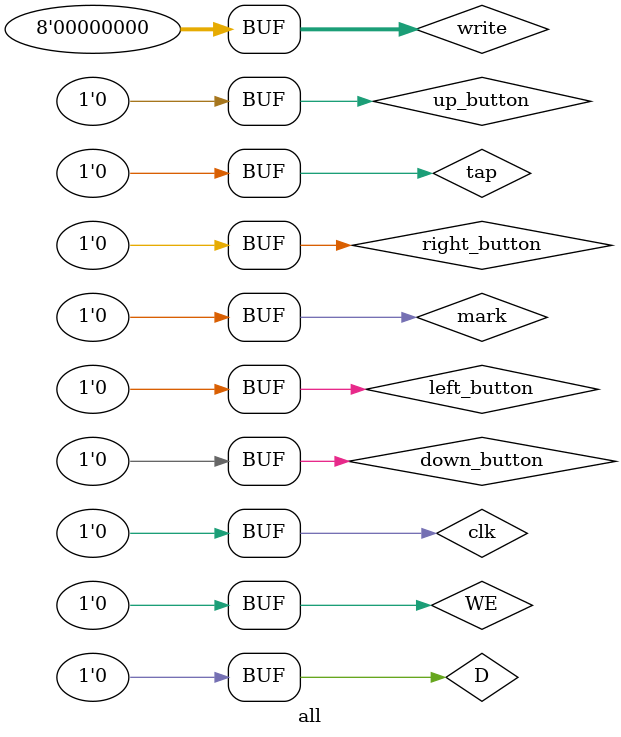
<source format=v>
`timescale 1ns / 1ps


module all;

	// Inputs
	reg clk;
	reg mark;
	reg tap;
	reg left_button;
	reg right_button;
	reg up_button;
	reg down_button;
	reg D;
	reg WE;
	reg [7:0] write;

	// Outputs
	wire dead;
	wire rgb;
	// Instantiate the Unit Under Test (UUT)
	top uut (
		.clk(clk), 
		.dead(dead), 
		.mark(mark), 
		.tap(tap), 
		.left_button(left_button), 
		.right_button(right_button), 
		.up_button(up_button), 
		.down_button(down_button), 
		.D(D), 
		.WE(WE), 
		.write(write),
		.rgb(rgb)
	);

	initial begin
		// Initialize Inputs
		clk = 0;
		mark = 0;
		tap = 0;
		left_button = 0;
		right_button = 0;
		up_button = 0;
		down_button = 0;
		D = 0;
		WE = 0;
		write = 0;

		// Wait 100 ns for global reset to finish
		#100;
        
		// Add stimulus here

	end
      
endmodule


</source>
